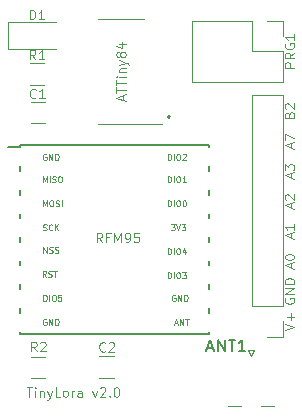
<source format=gbr>
G04 #@! TF.GenerationSoftware,KiCad,Pcbnew,5.1.5*
G04 #@! TF.CreationDate,2020-01-26T11:39:47+01:00*
G04 #@! TF.ProjectId,LORA_ATTINY84,4c4f5241-5f41-4545-9449-4e5938342e6b,rev?*
G04 #@! TF.SameCoordinates,Original*
G04 #@! TF.FileFunction,Legend,Top*
G04 #@! TF.FilePolarity,Positive*
%FSLAX46Y46*%
G04 Gerber Fmt 4.6, Leading zero omitted, Abs format (unit mm)*
G04 Created by KiCad (PCBNEW 5.1.5) date 2020-01-26 11:39:47*
%MOMM*%
%LPD*%
G04 APERTURE LIST*
%ADD10C,0.100000*%
%ADD11C,0.250000*%
%ADD12C,0.120000*%
%ADD13C,0.200000*%
%ADD14C,0.150000*%
G04 APERTURE END LIST*
D10*
X70739047Y-72013000D02*
X70691428Y-71989190D01*
X70620000Y-71989190D01*
X70548571Y-72013000D01*
X70500952Y-72060619D01*
X70477142Y-72108238D01*
X70453333Y-72203476D01*
X70453333Y-72274904D01*
X70477142Y-72370142D01*
X70500952Y-72417761D01*
X70548571Y-72465380D01*
X70620000Y-72489190D01*
X70667619Y-72489190D01*
X70739047Y-72465380D01*
X70762857Y-72441571D01*
X70762857Y-72274904D01*
X70667619Y-72274904D01*
X70977142Y-72489190D02*
X70977142Y-71989190D01*
X71262857Y-72489190D01*
X71262857Y-71989190D01*
X71500952Y-72489190D02*
X71500952Y-71989190D01*
X71620000Y-71989190D01*
X71691428Y-72013000D01*
X71739047Y-72060619D01*
X71762857Y-72108238D01*
X71786666Y-72203476D01*
X71786666Y-72274904D01*
X71762857Y-72370142D01*
X71739047Y-72417761D01*
X71691428Y-72465380D01*
X71620000Y-72489190D01*
X71500952Y-72489190D01*
X70497000Y-70457190D02*
X70497000Y-69957190D01*
X70616047Y-69957190D01*
X70687476Y-69981000D01*
X70735095Y-70028619D01*
X70758904Y-70076238D01*
X70782714Y-70171476D01*
X70782714Y-70242904D01*
X70758904Y-70338142D01*
X70735095Y-70385761D01*
X70687476Y-70433380D01*
X70616047Y-70457190D01*
X70497000Y-70457190D01*
X70997000Y-70457190D02*
X70997000Y-69957190D01*
X71330333Y-69957190D02*
X71425571Y-69957190D01*
X71473190Y-69981000D01*
X71520809Y-70028619D01*
X71544619Y-70123857D01*
X71544619Y-70290523D01*
X71520809Y-70385761D01*
X71473190Y-70433380D01*
X71425571Y-70457190D01*
X71330333Y-70457190D01*
X71282714Y-70433380D01*
X71235095Y-70385761D01*
X71211285Y-70290523D01*
X71211285Y-70123857D01*
X71235095Y-70028619D01*
X71282714Y-69981000D01*
X71330333Y-69957190D01*
X71997000Y-69957190D02*
X71758904Y-69957190D01*
X71735095Y-70195285D01*
X71758904Y-70171476D01*
X71806523Y-70147666D01*
X71925571Y-70147666D01*
X71973190Y-70171476D01*
X71997000Y-70195285D01*
X72020809Y-70242904D01*
X72020809Y-70361952D01*
X71997000Y-70409571D01*
X71973190Y-70433380D01*
X71925571Y-70457190D01*
X71806523Y-70457190D01*
X71758904Y-70433380D01*
X71735095Y-70409571D01*
X70719190Y-68425190D02*
X70552523Y-68187095D01*
X70433476Y-68425190D02*
X70433476Y-67925190D01*
X70623952Y-67925190D01*
X70671571Y-67949000D01*
X70695380Y-67972809D01*
X70719190Y-68020428D01*
X70719190Y-68091857D01*
X70695380Y-68139476D01*
X70671571Y-68163285D01*
X70623952Y-68187095D01*
X70433476Y-68187095D01*
X70909666Y-68401380D02*
X70981095Y-68425190D01*
X71100142Y-68425190D01*
X71147761Y-68401380D01*
X71171571Y-68377571D01*
X71195380Y-68329952D01*
X71195380Y-68282333D01*
X71171571Y-68234714D01*
X71147761Y-68210904D01*
X71100142Y-68187095D01*
X71004904Y-68163285D01*
X70957285Y-68139476D01*
X70933476Y-68115666D01*
X70909666Y-68068047D01*
X70909666Y-68020428D01*
X70933476Y-67972809D01*
X70957285Y-67949000D01*
X71004904Y-67925190D01*
X71123952Y-67925190D01*
X71195380Y-67949000D01*
X71338238Y-67925190D02*
X71623952Y-67925190D01*
X71481095Y-68425190D02*
X71481095Y-67925190D01*
X70500952Y-66393190D02*
X70500952Y-65893190D01*
X70786666Y-66393190D01*
X70786666Y-65893190D01*
X71000952Y-66369380D02*
X71072380Y-66393190D01*
X71191428Y-66393190D01*
X71239047Y-66369380D01*
X71262857Y-66345571D01*
X71286666Y-66297952D01*
X71286666Y-66250333D01*
X71262857Y-66202714D01*
X71239047Y-66178904D01*
X71191428Y-66155095D01*
X71096190Y-66131285D01*
X71048571Y-66107476D01*
X71024761Y-66083666D01*
X71000952Y-66036047D01*
X71000952Y-65988428D01*
X71024761Y-65940809D01*
X71048571Y-65917000D01*
X71096190Y-65893190D01*
X71215238Y-65893190D01*
X71286666Y-65917000D01*
X71477142Y-66369380D02*
X71548571Y-66393190D01*
X71667619Y-66393190D01*
X71715238Y-66369380D01*
X71739047Y-66345571D01*
X71762857Y-66297952D01*
X71762857Y-66250333D01*
X71739047Y-66202714D01*
X71715238Y-66178904D01*
X71667619Y-66155095D01*
X71572380Y-66131285D01*
X71524761Y-66107476D01*
X71500952Y-66083666D01*
X71477142Y-66036047D01*
X71477142Y-65988428D01*
X71500952Y-65940809D01*
X71524761Y-65917000D01*
X71572380Y-65893190D01*
X71691428Y-65893190D01*
X71762857Y-65917000D01*
X70477142Y-64464380D02*
X70548571Y-64488190D01*
X70667619Y-64488190D01*
X70715238Y-64464380D01*
X70739047Y-64440571D01*
X70762857Y-64392952D01*
X70762857Y-64345333D01*
X70739047Y-64297714D01*
X70715238Y-64273904D01*
X70667619Y-64250095D01*
X70572380Y-64226285D01*
X70524761Y-64202476D01*
X70500952Y-64178666D01*
X70477142Y-64131047D01*
X70477142Y-64083428D01*
X70500952Y-64035809D01*
X70524761Y-64012000D01*
X70572380Y-63988190D01*
X70691428Y-63988190D01*
X70762857Y-64012000D01*
X71262857Y-64440571D02*
X71239047Y-64464380D01*
X71167619Y-64488190D01*
X71120000Y-64488190D01*
X71048571Y-64464380D01*
X71000952Y-64416761D01*
X70977142Y-64369142D01*
X70953333Y-64273904D01*
X70953333Y-64202476D01*
X70977142Y-64107238D01*
X71000952Y-64059619D01*
X71048571Y-64012000D01*
X71120000Y-63988190D01*
X71167619Y-63988190D01*
X71239047Y-64012000D01*
X71262857Y-64035809D01*
X71477142Y-64488190D02*
X71477142Y-63988190D01*
X71762857Y-64488190D02*
X71548571Y-64202476D01*
X71762857Y-63988190D02*
X71477142Y-64273904D01*
X70461285Y-62456190D02*
X70461285Y-61956190D01*
X70627952Y-62313333D01*
X70794619Y-61956190D01*
X70794619Y-62456190D01*
X71127952Y-61956190D02*
X71223190Y-61956190D01*
X71270809Y-61980000D01*
X71318428Y-62027619D01*
X71342238Y-62122857D01*
X71342238Y-62289523D01*
X71318428Y-62384761D01*
X71270809Y-62432380D01*
X71223190Y-62456190D01*
X71127952Y-62456190D01*
X71080333Y-62432380D01*
X71032714Y-62384761D01*
X71008904Y-62289523D01*
X71008904Y-62122857D01*
X71032714Y-62027619D01*
X71080333Y-61980000D01*
X71127952Y-61956190D01*
X71532714Y-62432380D02*
X71604142Y-62456190D01*
X71723190Y-62456190D01*
X71770809Y-62432380D01*
X71794619Y-62408571D01*
X71818428Y-62360952D01*
X71818428Y-62313333D01*
X71794619Y-62265714D01*
X71770809Y-62241904D01*
X71723190Y-62218095D01*
X71627952Y-62194285D01*
X71580333Y-62170476D01*
X71556523Y-62146666D01*
X71532714Y-62099047D01*
X71532714Y-62051428D01*
X71556523Y-62003809D01*
X71580333Y-61980000D01*
X71627952Y-61956190D01*
X71747000Y-61956190D01*
X71818428Y-61980000D01*
X72032714Y-62456190D02*
X72032714Y-61956190D01*
X70461285Y-60424190D02*
X70461285Y-59924190D01*
X70627952Y-60281333D01*
X70794619Y-59924190D01*
X70794619Y-60424190D01*
X71032714Y-60424190D02*
X71032714Y-59924190D01*
X71247000Y-60400380D02*
X71318428Y-60424190D01*
X71437476Y-60424190D01*
X71485095Y-60400380D01*
X71508904Y-60376571D01*
X71532714Y-60328952D01*
X71532714Y-60281333D01*
X71508904Y-60233714D01*
X71485095Y-60209904D01*
X71437476Y-60186095D01*
X71342238Y-60162285D01*
X71294619Y-60138476D01*
X71270809Y-60114666D01*
X71247000Y-60067047D01*
X71247000Y-60019428D01*
X71270809Y-59971809D01*
X71294619Y-59948000D01*
X71342238Y-59924190D01*
X71461285Y-59924190D01*
X71532714Y-59948000D01*
X71842238Y-59924190D02*
X71937476Y-59924190D01*
X71985095Y-59948000D01*
X72032714Y-59995619D01*
X72056523Y-60090857D01*
X72056523Y-60257523D01*
X72032714Y-60352761D01*
X71985095Y-60400380D01*
X71937476Y-60424190D01*
X71842238Y-60424190D01*
X71794619Y-60400380D01*
X71747000Y-60352761D01*
X71723190Y-60257523D01*
X71723190Y-60090857D01*
X71747000Y-59995619D01*
X71794619Y-59948000D01*
X71842238Y-59924190D01*
X70739047Y-58043000D02*
X70691428Y-58019190D01*
X70620000Y-58019190D01*
X70548571Y-58043000D01*
X70500952Y-58090619D01*
X70477142Y-58138238D01*
X70453333Y-58233476D01*
X70453333Y-58304904D01*
X70477142Y-58400142D01*
X70500952Y-58447761D01*
X70548571Y-58495380D01*
X70620000Y-58519190D01*
X70667619Y-58519190D01*
X70739047Y-58495380D01*
X70762857Y-58471571D01*
X70762857Y-58304904D01*
X70667619Y-58304904D01*
X70977142Y-58519190D02*
X70977142Y-58019190D01*
X71262857Y-58519190D01*
X71262857Y-58019190D01*
X71500952Y-58519190D02*
X71500952Y-58019190D01*
X71620000Y-58019190D01*
X71691428Y-58043000D01*
X71739047Y-58090619D01*
X71762857Y-58138238D01*
X71786666Y-58233476D01*
X71786666Y-58304904D01*
X71762857Y-58400142D01*
X71739047Y-58447761D01*
X71691428Y-58495380D01*
X71620000Y-58519190D01*
X71500952Y-58519190D01*
X81038000Y-58519190D02*
X81038000Y-58019190D01*
X81157047Y-58019190D01*
X81228476Y-58043000D01*
X81276095Y-58090619D01*
X81299904Y-58138238D01*
X81323714Y-58233476D01*
X81323714Y-58304904D01*
X81299904Y-58400142D01*
X81276095Y-58447761D01*
X81228476Y-58495380D01*
X81157047Y-58519190D01*
X81038000Y-58519190D01*
X81538000Y-58519190D02*
X81538000Y-58019190D01*
X81871333Y-58019190D02*
X81966571Y-58019190D01*
X82014190Y-58043000D01*
X82061809Y-58090619D01*
X82085619Y-58185857D01*
X82085619Y-58352523D01*
X82061809Y-58447761D01*
X82014190Y-58495380D01*
X81966571Y-58519190D01*
X81871333Y-58519190D01*
X81823714Y-58495380D01*
X81776095Y-58447761D01*
X81752285Y-58352523D01*
X81752285Y-58185857D01*
X81776095Y-58090619D01*
X81823714Y-58043000D01*
X81871333Y-58019190D01*
X82276095Y-58066809D02*
X82299904Y-58043000D01*
X82347523Y-58019190D01*
X82466571Y-58019190D01*
X82514190Y-58043000D01*
X82538000Y-58066809D01*
X82561809Y-58114428D01*
X82561809Y-58162047D01*
X82538000Y-58233476D01*
X82252285Y-58519190D01*
X82561809Y-58519190D01*
X81038000Y-60424190D02*
X81038000Y-59924190D01*
X81157047Y-59924190D01*
X81228476Y-59948000D01*
X81276095Y-59995619D01*
X81299904Y-60043238D01*
X81323714Y-60138476D01*
X81323714Y-60209904D01*
X81299904Y-60305142D01*
X81276095Y-60352761D01*
X81228476Y-60400380D01*
X81157047Y-60424190D01*
X81038000Y-60424190D01*
X81538000Y-60424190D02*
X81538000Y-59924190D01*
X81871333Y-59924190D02*
X81966571Y-59924190D01*
X82014190Y-59948000D01*
X82061809Y-59995619D01*
X82085619Y-60090857D01*
X82085619Y-60257523D01*
X82061809Y-60352761D01*
X82014190Y-60400380D01*
X81966571Y-60424190D01*
X81871333Y-60424190D01*
X81823714Y-60400380D01*
X81776095Y-60352761D01*
X81752285Y-60257523D01*
X81752285Y-60090857D01*
X81776095Y-59995619D01*
X81823714Y-59948000D01*
X81871333Y-59924190D01*
X82561809Y-60424190D02*
X82276095Y-60424190D01*
X82418952Y-60424190D02*
X82418952Y-59924190D01*
X82371333Y-59995619D01*
X82323714Y-60043238D01*
X82276095Y-60067047D01*
X81038000Y-62456190D02*
X81038000Y-61956190D01*
X81157047Y-61956190D01*
X81228476Y-61980000D01*
X81276095Y-62027619D01*
X81299904Y-62075238D01*
X81323714Y-62170476D01*
X81323714Y-62241904D01*
X81299904Y-62337142D01*
X81276095Y-62384761D01*
X81228476Y-62432380D01*
X81157047Y-62456190D01*
X81038000Y-62456190D01*
X81538000Y-62456190D02*
X81538000Y-61956190D01*
X81871333Y-61956190D02*
X81966571Y-61956190D01*
X82014190Y-61980000D01*
X82061809Y-62027619D01*
X82085619Y-62122857D01*
X82085619Y-62289523D01*
X82061809Y-62384761D01*
X82014190Y-62432380D01*
X81966571Y-62456190D01*
X81871333Y-62456190D01*
X81823714Y-62432380D01*
X81776095Y-62384761D01*
X81752285Y-62289523D01*
X81752285Y-62122857D01*
X81776095Y-62027619D01*
X81823714Y-61980000D01*
X81871333Y-61956190D01*
X82395142Y-61956190D02*
X82442761Y-61956190D01*
X82490380Y-61980000D01*
X82514190Y-62003809D01*
X82538000Y-62051428D01*
X82561809Y-62146666D01*
X82561809Y-62265714D01*
X82538000Y-62360952D01*
X82514190Y-62408571D01*
X82490380Y-62432380D01*
X82442761Y-62456190D01*
X82395142Y-62456190D01*
X82347523Y-62432380D01*
X82323714Y-62408571D01*
X82299904Y-62360952D01*
X82276095Y-62265714D01*
X82276095Y-62146666D01*
X82299904Y-62051428D01*
X82323714Y-62003809D01*
X82347523Y-61980000D01*
X82395142Y-61956190D01*
X81295952Y-63988190D02*
X81605476Y-63988190D01*
X81438809Y-64178666D01*
X81510238Y-64178666D01*
X81557857Y-64202476D01*
X81581666Y-64226285D01*
X81605476Y-64273904D01*
X81605476Y-64392952D01*
X81581666Y-64440571D01*
X81557857Y-64464380D01*
X81510238Y-64488190D01*
X81367380Y-64488190D01*
X81319761Y-64464380D01*
X81295952Y-64440571D01*
X81748333Y-63988190D02*
X81915000Y-64488190D01*
X82081666Y-63988190D01*
X82200714Y-63988190D02*
X82510238Y-63988190D01*
X82343571Y-64178666D01*
X82415000Y-64178666D01*
X82462619Y-64202476D01*
X82486428Y-64226285D01*
X82510238Y-64273904D01*
X82510238Y-64392952D01*
X82486428Y-64440571D01*
X82462619Y-64464380D01*
X82415000Y-64488190D01*
X82272142Y-64488190D01*
X82224523Y-64464380D01*
X82200714Y-64440571D01*
X81038000Y-66520190D02*
X81038000Y-66020190D01*
X81157047Y-66020190D01*
X81228476Y-66044000D01*
X81276095Y-66091619D01*
X81299904Y-66139238D01*
X81323714Y-66234476D01*
X81323714Y-66305904D01*
X81299904Y-66401142D01*
X81276095Y-66448761D01*
X81228476Y-66496380D01*
X81157047Y-66520190D01*
X81038000Y-66520190D01*
X81538000Y-66520190D02*
X81538000Y-66020190D01*
X81871333Y-66020190D02*
X81966571Y-66020190D01*
X82014190Y-66044000D01*
X82061809Y-66091619D01*
X82085619Y-66186857D01*
X82085619Y-66353523D01*
X82061809Y-66448761D01*
X82014190Y-66496380D01*
X81966571Y-66520190D01*
X81871333Y-66520190D01*
X81823714Y-66496380D01*
X81776095Y-66448761D01*
X81752285Y-66353523D01*
X81752285Y-66186857D01*
X81776095Y-66091619D01*
X81823714Y-66044000D01*
X81871333Y-66020190D01*
X82514190Y-66186857D02*
X82514190Y-66520190D01*
X82395142Y-65996380D02*
X82276095Y-66353523D01*
X82585619Y-66353523D01*
X81038000Y-68552190D02*
X81038000Y-68052190D01*
X81157047Y-68052190D01*
X81228476Y-68076000D01*
X81276095Y-68123619D01*
X81299904Y-68171238D01*
X81323714Y-68266476D01*
X81323714Y-68337904D01*
X81299904Y-68433142D01*
X81276095Y-68480761D01*
X81228476Y-68528380D01*
X81157047Y-68552190D01*
X81038000Y-68552190D01*
X81538000Y-68552190D02*
X81538000Y-68052190D01*
X81871333Y-68052190D02*
X81966571Y-68052190D01*
X82014190Y-68076000D01*
X82061809Y-68123619D01*
X82085619Y-68218857D01*
X82085619Y-68385523D01*
X82061809Y-68480761D01*
X82014190Y-68528380D01*
X81966571Y-68552190D01*
X81871333Y-68552190D01*
X81823714Y-68528380D01*
X81776095Y-68480761D01*
X81752285Y-68385523D01*
X81752285Y-68218857D01*
X81776095Y-68123619D01*
X81823714Y-68076000D01*
X81871333Y-68052190D01*
X82252285Y-68052190D02*
X82561809Y-68052190D01*
X82395142Y-68242666D01*
X82466571Y-68242666D01*
X82514190Y-68266476D01*
X82538000Y-68290285D01*
X82561809Y-68337904D01*
X82561809Y-68456952D01*
X82538000Y-68504571D01*
X82514190Y-68528380D01*
X82466571Y-68552190D01*
X82323714Y-68552190D01*
X82276095Y-68528380D01*
X82252285Y-68504571D01*
X81661047Y-69981000D02*
X81613428Y-69957190D01*
X81542000Y-69957190D01*
X81470571Y-69981000D01*
X81422952Y-70028619D01*
X81399142Y-70076238D01*
X81375333Y-70171476D01*
X81375333Y-70242904D01*
X81399142Y-70338142D01*
X81422952Y-70385761D01*
X81470571Y-70433380D01*
X81542000Y-70457190D01*
X81589619Y-70457190D01*
X81661047Y-70433380D01*
X81684857Y-70409571D01*
X81684857Y-70242904D01*
X81589619Y-70242904D01*
X81899142Y-70457190D02*
X81899142Y-69957190D01*
X82184857Y-70457190D01*
X82184857Y-69957190D01*
X82422952Y-70457190D02*
X82422952Y-69957190D01*
X82542000Y-69957190D01*
X82613428Y-69981000D01*
X82661047Y-70028619D01*
X82684857Y-70076238D01*
X82708666Y-70171476D01*
X82708666Y-70242904D01*
X82684857Y-70338142D01*
X82661047Y-70385761D01*
X82613428Y-70433380D01*
X82542000Y-70457190D01*
X82422952Y-70457190D01*
X81597571Y-72346333D02*
X81835666Y-72346333D01*
X81549952Y-72489190D02*
X81716619Y-71989190D01*
X81883285Y-72489190D01*
X82049952Y-72489190D02*
X82049952Y-71989190D01*
X82335666Y-72489190D01*
X82335666Y-71989190D01*
X82502333Y-71989190D02*
X82788047Y-71989190D01*
X82645190Y-72489190D02*
X82645190Y-71989190D01*
D11*
X81051400Y-54789342D02*
X81099019Y-54836961D01*
X81051400Y-54884580D01*
X81003780Y-54836961D01*
X81051400Y-54789342D01*
X81051400Y-54884580D01*
D10*
X91306657Y-54705209D02*
X91344752Y-54590923D01*
X91382847Y-54552828D01*
X91459038Y-54514733D01*
X91573323Y-54514733D01*
X91649514Y-54552828D01*
X91687609Y-54590923D01*
X91725704Y-54667114D01*
X91725704Y-54971876D01*
X90925704Y-54971876D01*
X90925704Y-54705209D01*
X90963800Y-54629019D01*
X91001895Y-54590923D01*
X91078085Y-54552828D01*
X91154276Y-54552828D01*
X91230466Y-54590923D01*
X91268561Y-54629019D01*
X91306657Y-54705209D01*
X91306657Y-54971876D01*
X91001895Y-54209971D02*
X90963800Y-54171876D01*
X90925704Y-54095685D01*
X90925704Y-53905209D01*
X90963800Y-53829019D01*
X91001895Y-53790923D01*
X91078085Y-53752828D01*
X91154276Y-53752828D01*
X91268561Y-53790923D01*
X91725704Y-54248066D01*
X91725704Y-53752828D01*
X91497133Y-57492828D02*
X91497133Y-57111876D01*
X91725704Y-57569019D02*
X90925704Y-57302352D01*
X91725704Y-57035685D01*
X90925704Y-56845209D02*
X90925704Y-56311876D01*
X91725704Y-56654733D01*
X91497133Y-60032828D02*
X91497133Y-59651876D01*
X91725704Y-60109019D02*
X90925704Y-59842352D01*
X91725704Y-59575685D01*
X90925704Y-59385209D02*
X90925704Y-58889971D01*
X91230466Y-59156638D01*
X91230466Y-59042352D01*
X91268561Y-58966161D01*
X91306657Y-58928066D01*
X91382847Y-58889971D01*
X91573323Y-58889971D01*
X91649514Y-58928066D01*
X91687609Y-58966161D01*
X91725704Y-59042352D01*
X91725704Y-59270923D01*
X91687609Y-59347114D01*
X91649514Y-59385209D01*
X91497133Y-62572828D02*
X91497133Y-62191876D01*
X91725704Y-62649019D02*
X90925704Y-62382352D01*
X91725704Y-62115685D01*
X91001895Y-61887114D02*
X90963800Y-61849019D01*
X90925704Y-61772828D01*
X90925704Y-61582352D01*
X90963800Y-61506161D01*
X91001895Y-61468066D01*
X91078085Y-61429971D01*
X91154276Y-61429971D01*
X91268561Y-61468066D01*
X91725704Y-61925209D01*
X91725704Y-61429971D01*
X91497133Y-65112828D02*
X91497133Y-64731876D01*
X91725704Y-65189019D02*
X90925704Y-64922352D01*
X91725704Y-64655685D01*
X91725704Y-63969971D02*
X91725704Y-64427114D01*
X91725704Y-64198542D02*
X90925704Y-64198542D01*
X91039990Y-64274733D01*
X91116180Y-64350923D01*
X91154276Y-64427114D01*
X91497133Y-67652828D02*
X91497133Y-67271876D01*
X91725704Y-67729019D02*
X90925704Y-67462352D01*
X91725704Y-67195685D01*
X90925704Y-66776638D02*
X90925704Y-66700447D01*
X90963800Y-66624257D01*
X91001895Y-66586161D01*
X91078085Y-66548066D01*
X91230466Y-66509971D01*
X91420942Y-66509971D01*
X91573323Y-66548066D01*
X91649514Y-66586161D01*
X91687609Y-66624257D01*
X91725704Y-66700447D01*
X91725704Y-66776638D01*
X91687609Y-66852828D01*
X91649514Y-66890923D01*
X91573323Y-66929019D01*
X91420942Y-66967114D01*
X91230466Y-66967114D01*
X91078085Y-66929019D01*
X91001895Y-66890923D01*
X90963800Y-66852828D01*
X90925704Y-66776638D01*
X90963800Y-70230923D02*
X90925704Y-70307114D01*
X90925704Y-70421400D01*
X90963800Y-70535685D01*
X91039990Y-70611876D01*
X91116180Y-70649971D01*
X91268561Y-70688066D01*
X91382847Y-70688066D01*
X91535228Y-70649971D01*
X91611419Y-70611876D01*
X91687609Y-70535685D01*
X91725704Y-70421400D01*
X91725704Y-70345209D01*
X91687609Y-70230923D01*
X91649514Y-70192828D01*
X91382847Y-70192828D01*
X91382847Y-70345209D01*
X91725704Y-69849971D02*
X90925704Y-69849971D01*
X91725704Y-69392828D01*
X90925704Y-69392828D01*
X91725704Y-69011876D02*
X90925704Y-69011876D01*
X90925704Y-68821400D01*
X90963800Y-68707114D01*
X91039990Y-68630923D01*
X91116180Y-68592828D01*
X91268561Y-68554733D01*
X91382847Y-68554733D01*
X91535228Y-68592828D01*
X91611419Y-68630923D01*
X91687609Y-68707114D01*
X91725704Y-68821400D01*
X91725704Y-69011876D01*
X90925704Y-72923304D02*
X91725704Y-72656638D01*
X90925704Y-72389971D01*
X91420942Y-72123304D02*
X91420942Y-71513780D01*
X91725704Y-71818542D02*
X91116180Y-71818542D01*
X69082142Y-77793904D02*
X69539285Y-77793904D01*
X69310714Y-78593904D02*
X69310714Y-77793904D01*
X69805952Y-78593904D02*
X69805952Y-78060571D01*
X69805952Y-77793904D02*
X69767857Y-77832000D01*
X69805952Y-77870095D01*
X69844047Y-77832000D01*
X69805952Y-77793904D01*
X69805952Y-77870095D01*
X70186904Y-78060571D02*
X70186904Y-78593904D01*
X70186904Y-78136761D02*
X70225000Y-78098666D01*
X70301190Y-78060571D01*
X70415476Y-78060571D01*
X70491666Y-78098666D01*
X70529761Y-78174857D01*
X70529761Y-78593904D01*
X70834523Y-78060571D02*
X71025000Y-78593904D01*
X71215476Y-78060571D02*
X71025000Y-78593904D01*
X70948809Y-78784380D01*
X70910714Y-78822476D01*
X70834523Y-78860571D01*
X71901190Y-78593904D02*
X71520238Y-78593904D01*
X71520238Y-77793904D01*
X72282142Y-78593904D02*
X72205952Y-78555809D01*
X72167857Y-78517714D01*
X72129761Y-78441523D01*
X72129761Y-78212952D01*
X72167857Y-78136761D01*
X72205952Y-78098666D01*
X72282142Y-78060571D01*
X72396428Y-78060571D01*
X72472619Y-78098666D01*
X72510714Y-78136761D01*
X72548809Y-78212952D01*
X72548809Y-78441523D01*
X72510714Y-78517714D01*
X72472619Y-78555809D01*
X72396428Y-78593904D01*
X72282142Y-78593904D01*
X72891666Y-78593904D02*
X72891666Y-78060571D01*
X72891666Y-78212952D02*
X72929761Y-78136761D01*
X72967857Y-78098666D01*
X73044047Y-78060571D01*
X73120238Y-78060571D01*
X73729761Y-78593904D02*
X73729761Y-78174857D01*
X73691666Y-78098666D01*
X73615476Y-78060571D01*
X73463095Y-78060571D01*
X73386904Y-78098666D01*
X73729761Y-78555809D02*
X73653571Y-78593904D01*
X73463095Y-78593904D01*
X73386904Y-78555809D01*
X73348809Y-78479619D01*
X73348809Y-78403428D01*
X73386904Y-78327238D01*
X73463095Y-78289142D01*
X73653571Y-78289142D01*
X73729761Y-78251047D01*
X74644047Y-78060571D02*
X74834523Y-78593904D01*
X75025000Y-78060571D01*
X75291666Y-77870095D02*
X75329761Y-77832000D01*
X75405952Y-77793904D01*
X75596428Y-77793904D01*
X75672619Y-77832000D01*
X75710714Y-77870095D01*
X75748809Y-77946285D01*
X75748809Y-78022476D01*
X75710714Y-78136761D01*
X75253571Y-78593904D01*
X75748809Y-78593904D01*
X76091666Y-78517714D02*
X76129761Y-78555809D01*
X76091666Y-78593904D01*
X76053571Y-78555809D01*
X76091666Y-78517714D01*
X76091666Y-78593904D01*
X76625000Y-77793904D02*
X76701190Y-77793904D01*
X76777380Y-77832000D01*
X76815476Y-77870095D01*
X76853571Y-77946285D01*
X76891666Y-78098666D01*
X76891666Y-78289142D01*
X76853571Y-78441523D01*
X76815476Y-78517714D01*
X76777380Y-78555809D01*
X76701190Y-78593904D01*
X76625000Y-78593904D01*
X76548809Y-78555809D01*
X76510714Y-78517714D01*
X76472619Y-78441523D01*
X76434523Y-78289142D01*
X76434523Y-78098666D01*
X76472619Y-77946285D01*
X76510714Y-77870095D01*
X76548809Y-77832000D01*
X76625000Y-77793904D01*
D12*
X88927200Y-79393800D02*
X90037200Y-79393800D01*
X86137200Y-79393800D02*
X87247200Y-79393800D01*
X88087200Y-75133800D02*
X88337200Y-74633800D01*
X88337200Y-74633800D02*
X87837200Y-74633800D01*
X87837200Y-74633800D02*
X88087200Y-75133800D01*
X69414636Y-77008400D02*
X70618764Y-77008400D01*
X69414636Y-75188400D02*
X70618764Y-75188400D01*
X76446464Y-75163000D02*
X75242336Y-75163000D01*
X76446464Y-76983000D02*
X75242336Y-76983000D01*
X70629864Y-53598400D02*
X69425736Y-53598400D01*
X70629864Y-55418400D02*
X69425736Y-55418400D01*
X90788800Y-46726800D02*
X90788800Y-48056800D01*
X89458800Y-46726800D02*
X90788800Y-46726800D01*
X90788800Y-49326800D02*
X90788800Y-51926800D01*
X88188800Y-49326800D02*
X90788800Y-49326800D01*
X88188800Y-46726800D02*
X88188800Y-49326800D01*
X90788800Y-51926800D02*
X83048800Y-51926800D01*
X88188800Y-46726800D02*
X83048800Y-46726800D01*
X83048800Y-46726800D02*
X83048800Y-51926800D01*
X90788800Y-73491400D02*
X89458800Y-73491400D01*
X90788800Y-72161400D02*
X90788800Y-73491400D01*
X90788800Y-70891400D02*
X88128800Y-70891400D01*
X88128800Y-70891400D02*
X88128800Y-53051400D01*
X90788800Y-70891400D02*
X90788800Y-53051400D01*
X90788800Y-53051400D02*
X88128800Y-53051400D01*
X70579064Y-50359900D02*
X69374936Y-50359900D01*
X70579064Y-52179900D02*
X69374936Y-52179900D01*
X67517000Y-49115600D02*
X71577000Y-49115600D01*
X67517000Y-46845600D02*
X67517000Y-49115600D01*
X71577000Y-46845600D02*
X67517000Y-46845600D01*
X77089000Y-55463600D02*
X80539000Y-55463600D01*
X77089000Y-55463600D02*
X75139000Y-55463600D01*
X77089000Y-46593600D02*
X79039000Y-46593600D01*
X77089000Y-46593600D02*
X75139000Y-46593600D01*
D13*
X68529200Y-57267600D02*
X84529200Y-57267600D01*
X68529200Y-69067600D02*
X68529200Y-69467600D01*
X68529200Y-67067600D02*
X68529200Y-67467600D01*
X68529200Y-65067600D02*
X68529200Y-65467600D01*
X68529200Y-63067600D02*
X68529200Y-63467600D01*
X68529200Y-61467600D02*
X68529200Y-61067600D01*
X68529200Y-59467600D02*
X68529200Y-59067600D01*
X67529200Y-57467600D02*
X68529200Y-57467600D01*
X68529200Y-57467600D02*
X68529200Y-57267600D01*
X68529200Y-71067600D02*
X68529200Y-71467600D01*
X84529200Y-57267600D02*
X84529200Y-57467600D01*
X84529200Y-59067600D02*
X84529200Y-59467600D01*
X84529200Y-61067600D02*
X84529200Y-61467600D01*
X84529200Y-63067600D02*
X84529200Y-63467600D01*
X84529200Y-65067600D02*
X84529200Y-65467600D01*
X84529200Y-67067600D02*
X84529200Y-67467600D01*
X84529200Y-69067600D02*
X84529200Y-69467600D01*
X84529200Y-71067600D02*
X84529200Y-71467600D01*
X84529200Y-73067600D02*
X84529200Y-73267600D01*
X84529200Y-73267600D02*
X68529200Y-73267600D01*
X68529200Y-73267600D02*
X68529200Y-73067600D01*
D14*
X84359952Y-74461666D02*
X84836142Y-74461666D01*
X84264714Y-74747380D02*
X84598047Y-73747380D01*
X84931380Y-74747380D01*
X85264714Y-74747380D02*
X85264714Y-73747380D01*
X85836142Y-74747380D01*
X85836142Y-73747380D01*
X86169476Y-73747380D02*
X86740904Y-73747380D01*
X86455190Y-74747380D02*
X86455190Y-73747380D01*
X87598047Y-74747380D02*
X87026619Y-74747380D01*
X87312333Y-74747380D02*
X87312333Y-73747380D01*
X87217095Y-73890238D01*
X87121857Y-73985476D01*
X87026619Y-74033095D01*
D10*
X69919866Y-74733104D02*
X69653200Y-74352152D01*
X69462723Y-74733104D02*
X69462723Y-73933104D01*
X69767485Y-73933104D01*
X69843676Y-73971200D01*
X69881771Y-74009295D01*
X69919866Y-74085485D01*
X69919866Y-74199771D01*
X69881771Y-74275961D01*
X69843676Y-74314057D01*
X69767485Y-74352152D01*
X69462723Y-74352152D01*
X70224628Y-74009295D02*
X70262723Y-73971200D01*
X70338914Y-73933104D01*
X70529390Y-73933104D01*
X70605580Y-73971200D01*
X70643676Y-74009295D01*
X70681771Y-74085485D01*
X70681771Y-74161676D01*
X70643676Y-74275961D01*
X70186533Y-74733104D01*
X70681771Y-74733104D01*
X75736466Y-74682314D02*
X75698371Y-74720409D01*
X75584085Y-74758504D01*
X75507895Y-74758504D01*
X75393609Y-74720409D01*
X75317419Y-74644219D01*
X75279323Y-74568028D01*
X75241228Y-74415647D01*
X75241228Y-74301361D01*
X75279323Y-74148980D01*
X75317419Y-74072790D01*
X75393609Y-73996600D01*
X75507895Y-73958504D01*
X75584085Y-73958504D01*
X75698371Y-73996600D01*
X75736466Y-74034695D01*
X76041228Y-74034695D02*
X76079323Y-73996600D01*
X76155514Y-73958504D01*
X76345990Y-73958504D01*
X76422180Y-73996600D01*
X76460276Y-74034695D01*
X76498371Y-74110885D01*
X76498371Y-74187076D01*
X76460276Y-74301361D01*
X76003133Y-74758504D01*
X76498371Y-74758504D01*
X69843666Y-53219314D02*
X69805571Y-53257409D01*
X69691285Y-53295504D01*
X69615095Y-53295504D01*
X69500809Y-53257409D01*
X69424619Y-53181219D01*
X69386523Y-53105028D01*
X69348428Y-52952647D01*
X69348428Y-52838361D01*
X69386523Y-52685980D01*
X69424619Y-52609790D01*
X69500809Y-52533600D01*
X69615095Y-52495504D01*
X69691285Y-52495504D01*
X69805571Y-52533600D01*
X69843666Y-52571695D01*
X70605571Y-53295504D02*
X70148428Y-53295504D01*
X70377000Y-53295504D02*
X70377000Y-52495504D01*
X70300809Y-52609790D01*
X70224619Y-52685980D01*
X70148428Y-52724076D01*
X91751104Y-50717276D02*
X90951104Y-50717276D01*
X90951104Y-50412514D01*
X90989200Y-50336323D01*
X91027295Y-50298228D01*
X91103485Y-50260133D01*
X91217771Y-50260133D01*
X91293961Y-50298228D01*
X91332057Y-50336323D01*
X91370152Y-50412514D01*
X91370152Y-50717276D01*
X91751104Y-49460133D02*
X91370152Y-49726800D01*
X91751104Y-49917276D02*
X90951104Y-49917276D01*
X90951104Y-49612514D01*
X90989200Y-49536323D01*
X91027295Y-49498228D01*
X91103485Y-49460133D01*
X91217771Y-49460133D01*
X91293961Y-49498228D01*
X91332057Y-49536323D01*
X91370152Y-49612514D01*
X91370152Y-49917276D01*
X90989200Y-48698228D02*
X90951104Y-48774419D01*
X90951104Y-48888704D01*
X90989200Y-49002990D01*
X91065390Y-49079180D01*
X91141580Y-49117276D01*
X91293961Y-49155371D01*
X91408247Y-49155371D01*
X91560628Y-49117276D01*
X91636819Y-49079180D01*
X91713009Y-49002990D01*
X91751104Y-48888704D01*
X91751104Y-48812514D01*
X91713009Y-48698228D01*
X91674914Y-48660133D01*
X91408247Y-48660133D01*
X91408247Y-48812514D01*
X91751104Y-47898228D02*
X91751104Y-48355371D01*
X91751104Y-48126800D02*
X90951104Y-48126800D01*
X91065390Y-48202990D01*
X91141580Y-48279180D01*
X91179676Y-48355371D01*
X69818266Y-50018904D02*
X69551600Y-49637952D01*
X69361123Y-50018904D02*
X69361123Y-49218904D01*
X69665885Y-49218904D01*
X69742076Y-49257000D01*
X69780171Y-49295095D01*
X69818266Y-49371285D01*
X69818266Y-49485571D01*
X69780171Y-49561761D01*
X69742076Y-49599857D01*
X69665885Y-49637952D01*
X69361123Y-49637952D01*
X70580171Y-50018904D02*
X70123028Y-50018904D01*
X70351600Y-50018904D02*
X70351600Y-49218904D01*
X70275409Y-49333190D01*
X70199219Y-49409380D01*
X70123028Y-49447476D01*
X69335723Y-46640704D02*
X69335723Y-45840704D01*
X69526200Y-45840704D01*
X69640485Y-45878800D01*
X69716676Y-45954990D01*
X69754771Y-46031180D01*
X69792866Y-46183561D01*
X69792866Y-46297847D01*
X69754771Y-46450228D01*
X69716676Y-46526419D01*
X69640485Y-46602609D01*
X69526200Y-46640704D01*
X69335723Y-46640704D01*
X70554771Y-46640704D02*
X70097628Y-46640704D01*
X70326200Y-46640704D02*
X70326200Y-45840704D01*
X70250009Y-45954990D01*
X70173819Y-46031180D01*
X70097628Y-46069276D01*
X77222333Y-53447647D02*
X77222333Y-53066695D01*
X77450904Y-53523838D02*
X76650904Y-53257171D01*
X77450904Y-52990504D01*
X76650904Y-52838123D02*
X76650904Y-52380980D01*
X77450904Y-52609552D02*
X76650904Y-52609552D01*
X76650904Y-52228600D02*
X76650904Y-51771457D01*
X77450904Y-52000028D02*
X76650904Y-52000028D01*
X77450904Y-51504790D02*
X76917571Y-51504790D01*
X76650904Y-51504790D02*
X76689000Y-51542885D01*
X76727095Y-51504790D01*
X76689000Y-51466695D01*
X76650904Y-51504790D01*
X76727095Y-51504790D01*
X76917571Y-51123838D02*
X77450904Y-51123838D01*
X76993761Y-51123838D02*
X76955666Y-51085742D01*
X76917571Y-51009552D01*
X76917571Y-50895266D01*
X76955666Y-50819076D01*
X77031857Y-50780980D01*
X77450904Y-50780980D01*
X76917571Y-50476219D02*
X77450904Y-50285742D01*
X76917571Y-50095266D02*
X77450904Y-50285742D01*
X77641380Y-50361933D01*
X77679476Y-50400028D01*
X77717571Y-50476219D01*
X76993761Y-49676219D02*
X76955666Y-49752409D01*
X76917571Y-49790504D01*
X76841380Y-49828600D01*
X76803285Y-49828600D01*
X76727095Y-49790504D01*
X76689000Y-49752409D01*
X76650904Y-49676219D01*
X76650904Y-49523838D01*
X76689000Y-49447647D01*
X76727095Y-49409552D01*
X76803285Y-49371457D01*
X76841380Y-49371457D01*
X76917571Y-49409552D01*
X76955666Y-49447647D01*
X76993761Y-49523838D01*
X76993761Y-49676219D01*
X77031857Y-49752409D01*
X77069952Y-49790504D01*
X77146142Y-49828600D01*
X77298523Y-49828600D01*
X77374714Y-49790504D01*
X77412809Y-49752409D01*
X77450904Y-49676219D01*
X77450904Y-49523838D01*
X77412809Y-49447647D01*
X77374714Y-49409552D01*
X77298523Y-49371457D01*
X77146142Y-49371457D01*
X77069952Y-49409552D01*
X77031857Y-49447647D01*
X76993761Y-49523838D01*
X76917571Y-48685742D02*
X77450904Y-48685742D01*
X76612809Y-48876219D02*
X77184238Y-49066695D01*
X77184238Y-48571457D01*
X75469914Y-65512904D02*
X75203247Y-65131952D01*
X75012771Y-65512904D02*
X75012771Y-64712904D01*
X75317533Y-64712904D01*
X75393723Y-64751000D01*
X75431819Y-64789095D01*
X75469914Y-64865285D01*
X75469914Y-64979571D01*
X75431819Y-65055761D01*
X75393723Y-65093857D01*
X75317533Y-65131952D01*
X75012771Y-65131952D01*
X76079438Y-65093857D02*
X75812771Y-65093857D01*
X75812771Y-65512904D02*
X75812771Y-64712904D01*
X76193723Y-64712904D01*
X76498485Y-65512904D02*
X76498485Y-64712904D01*
X76765152Y-65284333D01*
X77031819Y-64712904D01*
X77031819Y-65512904D01*
X77450866Y-65512904D02*
X77603247Y-65512904D01*
X77679438Y-65474809D01*
X77717533Y-65436714D01*
X77793723Y-65322428D01*
X77831819Y-65170047D01*
X77831819Y-64865285D01*
X77793723Y-64789095D01*
X77755628Y-64751000D01*
X77679438Y-64712904D01*
X77527057Y-64712904D01*
X77450866Y-64751000D01*
X77412771Y-64789095D01*
X77374676Y-64865285D01*
X77374676Y-65055761D01*
X77412771Y-65131952D01*
X77450866Y-65170047D01*
X77527057Y-65208142D01*
X77679438Y-65208142D01*
X77755628Y-65170047D01*
X77793723Y-65131952D01*
X77831819Y-65055761D01*
X78555628Y-64712904D02*
X78174676Y-64712904D01*
X78136580Y-65093857D01*
X78174676Y-65055761D01*
X78250866Y-65017666D01*
X78441342Y-65017666D01*
X78517533Y-65055761D01*
X78555628Y-65093857D01*
X78593723Y-65170047D01*
X78593723Y-65360523D01*
X78555628Y-65436714D01*
X78517533Y-65474809D01*
X78441342Y-65512904D01*
X78250866Y-65512904D01*
X78174676Y-65474809D01*
X78136580Y-65436714D01*
M02*

</source>
